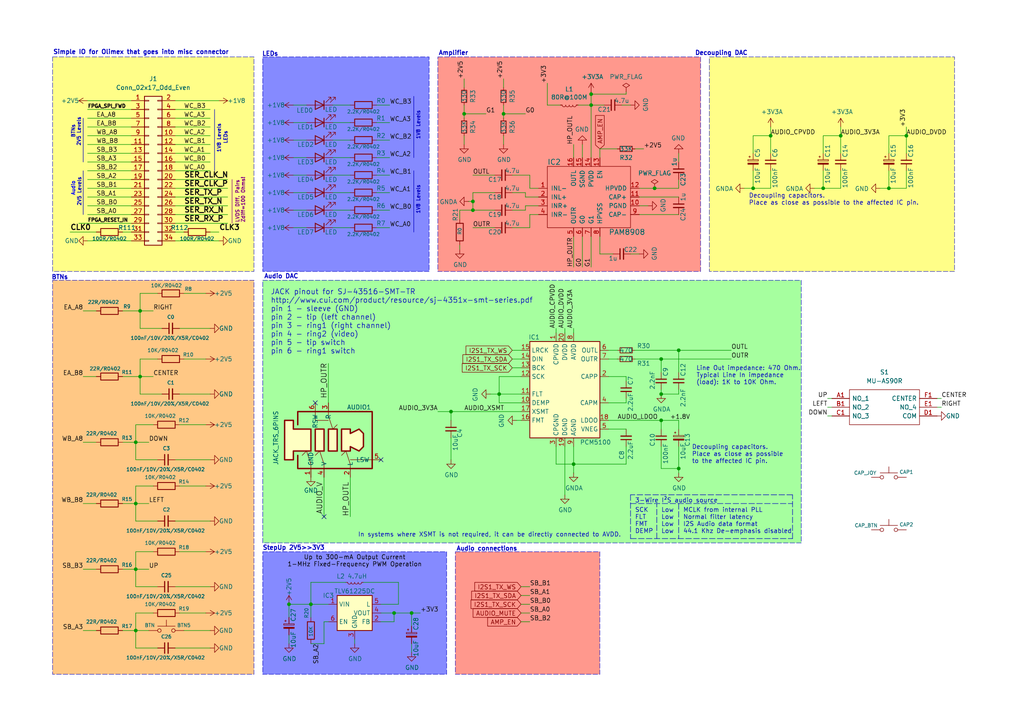
<source format=kicad_sch>
(kicad_sch (version 20231120) (generator "eeschema") (generator_version "8.0")
  (paper "A4")
  (title_block (title "GamePad_I2S_Audio") (date "2024-10-16") (rev "v1.0") (company "Intergalaktik d.o.o.") (comment 1 "CERN-OHL-S v2"))
  (junction (at 40.64 109.22))
  (junction (at 137.16 60.96))
  (junction (at 191.77 104.14))
  (junction (at 39.37 128.27))
  (junction (at 171.45 30.48))
  (junction (at 144.78 114.3))
  (junction (at 191.77 121.92))
  (junction (at 191.77 114.3))
  (junction (at 146.05 33.02))
  (junction (at 83.82 175.26))
  (junction (at 257.81 54.61))
  (junction (at 39.37 146.05))
  (junction (at 189.865 54.61))
  (junction (at 196.85 135.89))
  (junction (at 130.81 119.38))
  (junction (at 218.44 54.61))
  (junction (at 223.52 39.37))
  (junction (at 119.38 177.8))
  (junction (at 114.3 177.8))
  (junction (at 171.45 27.305))
  (junction (at 134.62 33.02))
  (junction (at 262.89 39.37))
  (junction (at 166.37 134.62))
  (junction (at 90.17 175.26))
  (junction (at 137.16 58.42))
  (junction (at 238.76 54.61))
  (junction (at 39.37 182.88))
  (junction (at 243.84 39.37))
  (junction (at 39.37 165.1))
  (junction (at 196.85 101.6))
  (junction (at 40.64 90.17))
  (no_connect (at 93.98 149.86))
  (no_connect (at 110.49 133.35))
  (no_connect (at 91.44 116.84))
  (polyline (pts (xy 24.13 49.53) (xy 24.13 62.23)))
  (wire (pts (xy 243.84 54.61) (xy 238.76 54.61)))
  (wire (pts (xy 114.3 180.34) (xy 114.3 177.8)))
  (wire (pts (xy 127 119.38) (xy 130.81 119.38)))
  (wire (pts (xy 85.09 55.88) (xy 88.9 55.88)))
  (wire (pts (xy 181.61 116.84) (xy 181.61 115.57)))
  (wire (pts (xy 196.85 137.16) (xy 196.85 135.89)))
  (wire (pts (xy 181.61 27.305) (xy 171.45 27.305)))
  (wire (pts (xy 40.64 85.09) (xy 45.72 85.09)))
  (wire (pts (xy 196.85 114.3) (xy 196.85 113.03)))
  (wire (pts (xy 240.03 118.11) (xy 241.3 118.11)))
  (wire (pts (xy 102.87 185.42) (xy 102.87 186.69)))
  (wire (pts (xy 218.44 39.37) (xy 223.52 39.37)))
  (wire (pts (xy 153.67 62.23) (xy 156.21 62.23)))
  (wire (pts (xy 130.81 119.38) (xy 130.81 121.92)))
  (wire (pts (xy 181.61 26.67) (xy 181.61 27.305)))
  (wire (pts (xy 271.78 115.57) (xy 273.05 115.57)))
  (wire (pts (xy 50.8 52.07) (xy 66.04 52.07)))
  (wire (pts (xy 50.8 62.23) (xy 66.04 62.23)))
  (wire (pts (xy 152.4 55.88) (xy 152.4 57.15)))
  (wire (pts (xy 93.98 138.43) (xy 93.98 149.86)))
  (wire (pts (xy 218.44 54.61) (xy 215.9 54.61)))
  (wire (pts (xy 39.37 146.05) (xy 39.37 151.13)))
  (wire (pts (xy 109.22 40.64) (xy 113.03 40.64)))
  (wire (pts (xy 161.29 129.54) (xy 161.29 134.62)))
  (wire (pts (xy 39.37 151.13) (xy 45.72 151.13)))
  (wire (pts (xy 176.53 124.46) (xy 181.61 124.46)))
  (wire (pts (xy 184.15 104.14) (xy 191.77 104.14)))
  (wire (pts (xy 25.4 41.91) (xy 38.1 41.91)))
  (wire (pts (xy 151.13 180.34) (xy 153.67 180.34)))
  (wire (pts (xy 166.37 134.62) (xy 166.37 137.16)))
  (wire (pts (xy 166.37 134.62) (xy 166.37 129.54)))
  (wire (pts (xy 50.8 59.69) (xy 66.04 59.69)))
  (wire (pts (xy 96.52 55.88) (xy 101.6 55.88)))
  (wire (pts (xy 50.8 46.99) (xy 60.96 46.99)))
  (wire (pts (xy 90.17 175.26) (xy 90.17 179.07)))
  (wire (pts (xy 40.64 114.3) (xy 46.99 114.3)))
  (wire (pts (xy 109.22 60.96) (xy 113.03 60.96)))
  (wire (pts (xy 50.8 170.18) (xy 60.96 170.18)))
  (wire (pts (xy 181.61 109.22) (xy 181.61 110.49)))
  (wire (pts (xy 223.52 49.53) (xy 223.52 54.61)))
  (wire (pts (xy 114.3 177.8) (xy 119.38 177.8)))
  (polyline (pts (xy 229.87 143.51) (xy 182.88 143.51)) (stroke (width 0) (type dash)))
  (polyline (pts (xy 67.31 52.07) (xy 67.31 64.77)) (stroke (width 0) (color 132 0 132 1)))
  (wire (pts (xy 39.37 128.27) (xy 39.37 133.35)))
  (wire (pts (xy 137.16 55.88) (xy 137.16 58.42)))
  (wire (pts (xy 153.67 54.61) (xy 156.21 54.61)))
  (wire (pts (xy 191.77 121.92) (xy 196.85 121.92)))
  (wire (pts (xy 196.85 52.07) (xy 196.85 54.61)))
  (wire (pts (xy 257.81 49.53) (xy 257.81 54.61)))
  (wire (pts (xy 83.82 175.26) (xy 83.82 179.07)))
  (wire (pts (xy 25.4 36.83) (xy 38.1 36.83)))
  (wire (pts (xy 39.37 128.27) (xy 43.18 128.27)))
  (wire (pts (xy 35.56 146.05) (xy 39.37 146.05)))
  (wire (pts (xy 144.78 109.22) (xy 144.78 114.3)))
  (wire (pts (xy 271.78 118.11) (xy 273.05 118.11)))
  (wire (pts (xy 152.4 57.15) (xy 156.21 57.15)))
  (wire (pts (xy 44.45 123.19) (xy 39.37 123.19)))
  (wire (pts (xy 39.37 182.88) (xy 43.18 182.88)))
  (wire (pts (xy 40.64 109.22) (xy 44.45 109.22)))
  (wire (pts (xy 50.8 44.45) (xy 60.96 44.45)))
  (wire (pts (xy 196.85 114.3) (xy 191.77 114.3)))
  (wire (pts (xy 163.83 129.54) (xy 163.83 143.51)))
  (wire (pts (xy 25.4 34.29) (xy 38.1 34.29)))
  (wire (pts (xy 24.13 128.27) (xy 27.94 128.27)))
  (wire (pts (xy 110.49 177.8) (xy 114.3 177.8)))
  (polyline (pts (xy 182.88 146.05) (xy 229.87 146.05)) (stroke (width 0) (type dash)))
  (wire (pts (xy 60.96 67.31) (xy 63.5 67.31)))
  (wire (pts (xy 146.05 33.02) (xy 146.05 34.29)))
  (wire (pts (xy 262.89 39.37) (xy 262.89 36.83)))
  (polyline (pts (xy 182.88 143.51) (xy 182.88 156.21)) (stroke (width 0) (type dash)))
  (wire (pts (xy 25.4 49.53) (xy 38.1 49.53)))
  (wire (pts (xy 151.13 172.72) (xy 153.67 172.72)))
  (wire (pts (xy 22.86 64.77) (xy 38.1 64.77)))
  (wire (pts (xy 53.34 104.14) (xy 59.69 104.14)))
  (wire (pts (xy 181.61 134.62) (xy 166.37 134.62)))
  (wire (pts (xy 52.07 140.97) (xy 59.69 140.97)))
  (wire (pts (xy 163.83 96.52) (xy 163.83 95.25)))
  (wire (pts (xy 96.52 35.56) (xy 101.6 35.56)))
  (wire (pts (xy 148.59 66.04) (xy 153.67 66.04)))
  (wire (pts (xy 119.38 177.8) (xy 119.38 181.61)))
  (wire (pts (xy 146.05 39.37) (xy 146.05 41.91)))
  (wire (pts (xy 144.78 114.3) (xy 144.78 116.84)))
  (wire (pts (xy 109.22 66.04) (xy 113.03 66.04)))
  (wire (pts (xy 25.4 57.15) (xy 38.1 57.15)))
  (wire (pts (xy 50.8 187.96) (xy 60.96 187.96)))
  (polyline (pts (xy 62.23 31.75) (xy 62.23 49.53)))
  (wire (pts (xy 171.45 68.58) (xy 171.45 77.47)))
  (wire (pts (xy 185.42 62.23) (xy 196.85 62.23)))
  (wire (pts (xy 39.37 146.05) (xy 43.18 146.05)))
  (wire (pts (xy 85.09 50.8) (xy 88.9 50.8)))
  (wire (pts (xy 191.77 135.89) (xy 196.85 135.89)))
  (wire (pts (xy 110.49 180.34) (xy 114.3 180.34)))
  (wire (pts (xy 50.8 69.85) (xy 63.5 69.85)))
  (wire (pts (xy 39.37 170.18) (xy 45.72 170.18)))
  (wire (pts (xy 262.89 54.61) (xy 257.81 54.61)))
  (wire (pts (xy 93.98 180.34) (xy 95.25 180.34)))
  (wire (pts (xy 173.99 68.58) (xy 173.99 73.66)))
  (wire (pts (xy 176.53 116.84) (xy 181.61 116.84)))
  (wire (pts (xy 196.85 121.92) (xy 196.85 124.46)))
  (wire (pts (xy 96.52 30.48) (xy 101.6 30.48)))
  (wire (pts (xy 144.78 114.3) (xy 151.13 114.3)))
  (wire (pts (xy 39.37 187.96) (xy 45.72 187.96)))
  (wire (pts (xy 40.64 109.22) (xy 40.64 114.3)))
  (wire (pts (xy 262.89 49.53) (xy 262.89 54.61)))
  (wire (pts (xy 96.52 66.04) (xy 101.6 66.04)))
  (wire (pts (xy 39.37 165.1) (xy 39.37 170.18)))
  (wire (pts (xy 85.09 30.48) (xy 88.9 30.48)))
  (wire (pts (xy 25.4 39.37) (xy 38.1 39.37)))
  (wire (pts (xy 39.37 140.97) (xy 39.37 146.05)))
  (polyline (pts (xy 196.85 146.05) (xy 196.85 156.21)) (stroke (width 0) (type dash)))
  (wire (pts (xy 151.13 177.8) (xy 153.67 177.8)))
  (wire (pts (xy 166.37 45.72) (xy 166.37 41.91)))
  (wire (pts (xy 40.64 104.14) (xy 40.64 109.22)))
  (wire (pts (xy 52.07 95.25) (xy 60.96 95.25)))
  (wire (pts (xy 142.24 114.3) (xy 144.78 114.3)))
  (wire (pts (xy 39.37 165.1) (xy 43.18 165.1)))
  (wire (pts (xy 130.81 127) (xy 130.81 133.35)))
  (wire (pts (xy 223.52 54.61) (xy 218.44 54.61)))
  (wire (pts (xy 133.35 72.39) (xy 133.35 71.12)))
  (wire (pts (xy 25.4 46.99) (xy 38.1 46.99)))
  (wire (pts (xy 85.09 45.72) (xy 88.9 45.72)))
  (wire (pts (xy 24.13 109.22) (xy 27.94 109.22)))
  (wire (pts (xy 40.64 90.17) (xy 44.45 90.17)))
  (wire (pts (xy 25.4 59.69) (xy 38.1 59.69)))
  (wire (pts (xy 35.56 90.17) (xy 40.64 90.17)))
  (wire (pts (xy 52.07 114.3) (xy 60.96 114.3)))
  (wire (pts (xy 25.4 54.61) (xy 38.1 54.61)))
  (wire (pts (xy 191.77 104.14) (xy 212.09 104.14)))
  (wire (pts (xy 39.37 177.8) (xy 39.37 182.88)))
  (wire (pts (xy 182.88 73.66) (xy 185.42 73.66)))
  (wire (pts (xy 191.77 129.54) (xy 191.77 135.89)))
  (wire (pts (xy 95.25 116.84) (xy 95.25 105.41)))
  (wire (pts (xy 171.45 27.305) (xy 171.45 30.48)))
  (polyline (pts (xy 182.88 156.21) (xy 229.87 156.21)) (stroke (width 0) (type dash)))
  (wire (pts (xy 39.37 160.02) (xy 39.37 165.1)))
  (wire (pts (xy 168.91 68.58) (xy 168.91 77.47)))
  (wire (pts (xy 184.15 101.6) (xy 196.85 101.6)))
  (wire (pts (xy 243.84 39.37) (xy 243.84 36.83)))
  (wire (pts (xy 196.85 101.6) (xy 196.85 107.95)))
  (wire (pts (xy 238.76 49.53) (xy 238.76 54.61)))
  (wire (pts (xy 240.03 120.65) (xy 241.3 120.65)))
  (wire (pts (xy 134.62 33.02) (xy 134.62 30.48)))
  (polyline (pts (xy 229.87 156.21) (xy 229.87 143.51)) (stroke (width 0) (type dash)))
  (wire (pts (xy 133.35 60.96) (xy 137.16 60.96)))
  (wire (pts (xy 134.62 33.02) (xy 140.97 33.02)))
  (wire (pts (xy 148.59 60.96) (xy 152.4 60.96)))
  (wire (pts (xy 90.17 175.26) (xy 95.25 175.26)))
  (wire (pts (xy 50.8 133.35) (xy 60.96 133.35)))
  (wire (pts (xy 161.29 134.62) (xy 166.37 134.62)))
  (wire (pts (xy 63.5 29.21) (xy 50.8 29.21)))
  (wire (pts (xy 85.09 35.56) (xy 88.9 35.56)))
  (wire (pts (xy 20.32 67.31) (xy 27.94 67.31)))
  (wire (pts (xy 50.8 39.37) (xy 60.96 39.37)))
  (wire (pts (xy 171.45 26.67) (xy 171.45 27.305)))
  (wire (pts (xy 185.42 57.15) (xy 196.85 57.15)))
  (wire (pts (xy 83.82 175.26) (xy 90.17 175.26)))
  (wire (pts (xy 176.53 104.14) (xy 179.07 104.14)))
  (wire (pts (xy 148.59 101.6) (xy 151.13 101.6)))
  (wire (pts (xy 176.53 121.92) (xy 191.77 121.92)))
  (wire (pts (xy 137.16 58.42) (xy 135.89 58.42)))
  (wire (pts (xy 96.52 60.96) (xy 101.6 60.96)))
  (wire (pts (xy 90.17 186.69) (xy 93.98 186.69)))
  (wire (pts (xy 171.45 45.72) (xy 171.45 30.48)))
  (wire (pts (xy 181.61 129.54) (xy 181.61 134.62)))
  (wire (pts (xy 109.22 55.88) (xy 113.03 55.88)))
  (wire (pts (xy 53.34 182.88) (xy 60.96 182.88)))
  (wire (pts (xy 40.64 90.17) (xy 40.64 85.09)))
  (wire (pts (xy 158.75 30.48) (xy 158.75 24.13)))
  (wire (pts (xy 50.8 54.61) (xy 66.04 54.61)))
  (wire (pts (xy 185.42 59.69) (xy 187.96 59.69)))
  (wire (pts (xy 50.8 34.29) (xy 60.96 34.29)))
  (wire (pts (xy 171.45 30.48) (xy 175.26 30.48)))
  (wire (pts (xy 25.4 62.23) (xy 38.1 62.23)))
  (wire (pts (xy 153.67 66.04) (xy 153.67 62.23)))
  (wire (pts (xy 184.15 43.18) (xy 186.69 43.18)))
  (wire (pts (xy 24.13 182.88) (xy 27.94 182.88)))
  (wire (pts (xy 161.29 96.52) (xy 161.29 95.25)))
  (wire (pts (xy 101.6 138.43) (xy 101.6 149.86)))
  (wire (pts (xy 218.44 49.53) (xy 218.44 54.61)))
  (wire (pts (xy 191.77 107.95) (xy 191.77 104.14)))
  (wire (pts (xy 180.34 30.48) (xy 182.88 30.48)))
  (wire (pts (xy 38.1 67.31) (xy 35.56 67.31)))
  (wire (pts (xy 189.865 54.61) (xy 196.85 54.61)))
  (wire (pts (xy 83.82 184.15) (xy 83.82 186.69)))
  (wire (pts (xy 133.35 63.5) (xy 133.35 60.96)))
  (wire (pts (xy 149.86 121.92) (xy 151.13 121.92)))
  (wire (pts (xy 25.4 44.45) (xy 38.1 44.45)))
  (wire (pts (xy 173.99 73.66) (xy 177.8 73.66)))
  (wire (pts (xy 243.84 49.53) (xy 243.84 54.61)))
  (wire (pts (xy 151.13 175.26) (xy 153.67 175.26)))
  (wire (pts (xy 35.56 182.88) (xy 39.37 182.88)))
  (wire (pts (xy 137.16 60.96) (xy 143.51 60.96)))
  (wire (pts (xy 243.84 39.37) (xy 243.84 44.45)))
  (wire (pts (xy 223.52 39.37) (xy 223.52 36.83)))
  (wire (pts (xy 50.8 31.75) (xy 60.96 31.75)))
  (wire (pts (xy 52.07 177.8) (xy 59.69 177.8)))
  (wire (pts (xy 90.17 168.91) (xy 90.17 175.26)))
  (wire (pts (xy 96.52 40.64) (xy 101.6 40.64)))
  (wire (pts (xy 166.37 68.58) (xy 166.37 77.47)))
  (wire (pts (xy 168.91 45.72) (xy 168.91 41.91)))
  (wire (pts (xy 50.8 49.53) (xy 60.96 49.53)))
  (wire (pts (xy 115.57 175.26) (xy 110.49 175.26)))
  (wire (pts (xy 223.52 39.37) (xy 223.52 44.45)))
  (wire (pts (xy 35.56 128.27) (xy 39.37 128.27)))
  (wire (pts (xy 144.78 116.84) (xy 151.13 116.84)))
  (wire (pts (xy 134.62 25.4) (xy 134.62 22.86)))
  (wire (pts (xy 39.37 182.88) (xy 39.37 187.96)))
  (wire (pts (xy 257.81 39.37) (xy 262.89 39.37)))
  (wire (pts (xy 50.8 151.13) (xy 60.96 151.13)))
  (wire (pts (xy 151.13 109.22) (xy 144.78 109.22)))
  (polyline (pts (xy 24.13 34.29) (xy 24.13 46.99)))
  (wire (pts (xy 151.13 170.18) (xy 153.67 170.18)))
  (wire (pts (xy 45.72 104.14) (xy 40.64 104.14)))
  (wire (pts (xy 143.51 66.04) (xy 137.16 66.04)))
  (wire (pts (xy 40.64 95.25) (xy 40.64 90.17)))
  (wire (pts (xy 134.62 39.37) (xy 134.62 41.91)))
  (wire (pts (xy 218.44 44.45) (xy 218.44 39.37)))
  (wire (pts (xy 238.76 39.37) (xy 243.84 39.37)))
  (wire (pts (xy 151.13 104.14) (xy 148.59 104.14)))
  (polyline (pts (xy 120.015 27.94) (xy 120.015 45.72)))
  (wire (pts (xy 238.76 54.61) (xy 236.22 54.61)))
  (wire (pts (xy 191.77 121.92) (xy 191.77 124.46)))
  (wire (pts (xy 119.38 177.8) (xy 121.92 177.8)))
  (wire (pts (xy 38.1 69.85) (xy 25.4 69.85)))
  (wire (pts (xy 25.4 31.75) (xy 38.1 31.75)))
  (wire (pts (xy 52.07 160.02) (xy 59.69 160.02)))
  (wire (pts (xy 134.62 34.29) (xy 134.62 33.02)))
  (wire (pts (xy 44.45 140.97) (xy 39.37 140.97)))
  (wire (pts (xy 151.13 119.38) (xy 130.81 119.38)))
  (wire (pts (xy 44.45 160.02) (xy 39.37 160.02)))
  (wire (pts (xy 196.85 135.89) (xy 196.85 129.54)))
  (wire (pts (xy 166.37 96.52) (xy 166.37 95.25)))
  (wire (pts (xy 146.05 33.02) (xy 152.4 33.02)))
  (wire (pts (xy 46.99 95.25) (xy 40.64 95.25)))
  (wire (pts (xy 148.59 55.88) (xy 152.4 55.88)))
  (wire (pts (xy 148.59 50.8) (xy 153.67 50.8)))
  (wire (pts (xy 96.52 45.72) (xy 101.6 45.72)))
  (wire (pts (xy 109.22 30.48) (xy 113.03 30.48)))
  (wire (pts (xy 44.45 177.8) (xy 39.37 177.8)))
  (wire (pts (xy 119.38 189.23) (xy 119.38 186.69)))
  (wire (pts (xy 176.53 109.22) (xy 181.61 109.22)))
  (wire (pts (xy 137.16 58.42) (xy 137.16 60.96)))
  (wire (pts (xy 143.51 50.8) (xy 137.16 50.8)))
  (wire (pts (xy 35.56 165.1) (xy 39.37 165.1)))
  (wire (pts (xy 191.77 113.03) (xy 191.77 114.3)))
  (wire (pts (xy 238.76 44.45) (xy 238.76 39.37)))
  (wire (pts (xy 240.03 115.57) (xy 241.3 115.57)))
  (wire (pts (xy 109.22 50.8) (xy 113.03 50.8)))
  (wire (pts (xy 100.33 168.91) (xy 90.17 168.91)))
  (polyline (pts (xy 190.5 156.21) (xy 190.5 146.05)) (stroke (width 0) (type dash)))
  (wire (pts (xy 146.05 25.4) (xy 146.05 22.86)))
  (wire (pts (xy 93.98 186.69) (xy 93.98 180.34)))
  (wire (pts (xy 176.53 101.6) (xy 179.07 101.6)))
  (wire (pts (xy 152.4 59.69) (xy 156.21 59.69)))
  (wire (pts (xy 162.56 30.48) (xy 158.75 30.48)))
  (wire (pts (xy 257.81 54.61) (xy 255.27 54.61)))
  (wire (pts (xy 143.51 55.88) (xy 137.16 55.88)))
  (wire (pts (xy 85.09 66.04) (xy 88.9 66.04)))
  (polyline (pts (xy 120.015 49.53) (xy 120.015 67.31)))
  (wire (pts (xy 25.4 52.07) (xy 38.1 52.07)))
  (wire (pts (xy 35.56 109.22) (xy 40.64 109.22)))
  (wire (pts (xy 50.8 41.91) (xy 60.96 41.91)))
  (wire (pts (xy 24.13 90.17) (xy 27.94 90.17)))
  (wire (pts (xy 257.81 44.45) (xy 257.81 39.37)))
  (wire (pts (xy 24.13 165.1) (xy 27.94 165.1)))
  (wire (pts (xy 85.09 40.64) (xy 88.9 40.64)))
  (wire (pts (xy 39.37 123.19) (xy 39.37 128.27)))
  (wire (pts (xy 96.52 50.8) (xy 101.6 50.8)))
  (wire (pts (xy 185.42 54.61) (xy 189.865 54.61)))
  (wire (pts (xy 53.34 67.31) (xy 50.8 67.31)))
  (wire (pts (xy 152.4 60.96) (xy 152.4 59.69)))
  (wire (pts (xy 85.09 60.96) (xy 88.9 60.96)))
  (wire (pts (xy 196.85 101.6) (xy 212.09 101.6)))
  (wire (pts (xy 153.67 50.8) (xy 153.67 54.61)))
  (wire (pts (xy 105.41 168.91) (xy 115.57 168.91)))
  (wire (pts (xy 50.8 57.15) (xy 66.04 57.15)))
  (wire (pts (xy 39.37 133.35) (xy 45.72 133.35)))
  (wire (pts (xy 109.22 45.72) (xy 113.03 45.72)))
  (wire (pts (xy 25.4 29.21) (xy 38.1 29.21)))
  (wire (pts (xy 53.34 85.09) (xy 59.69 85.09)))
  (wire (pts (xy 173.99 43.18) (xy 179.07 43.18)))
  (wire (pts (xy 196.85 44.45) (xy 196.85 46.99)))
  (wire (pts (xy 50.8 36.83) (xy 60.96 36.83)))
  (wire (pts (xy 50.8 64.77) (xy 66.04 64.77)))
  (wire (pts (xy 109.22 35.56) (xy 113.03 35.56)))
  (wire (pts (xy 173.99 43.18) (xy 173.99 45.72)))
  (wire (pts (xy 52.07 123.19) (xy 59.69 123.19)))
  (wire (pts (xy 146.05 30.48) (xy 146.05 33.02)))
  (wire (pts (xy 115.57 168.91) (xy 115.57 175.26)))
  (wire (pts (xy 24.13 146.05) (xy 27.94 146.05)))
  (wire (pts (xy 148.59 106.68) (xy 151.13 106.68)))
  (wire (pts (xy 262.89 39.37) (xy 262.89 44.45)))
  (wire (pts (xy 167.64 30.48) (xy 171.45 30.48)))
  (rectangle (start 76.2 81.28) (end 232.41 157.48) (stroke (width 0.127) (type dash)) (fill (type color) (color 70 255 54 0.48)))
  (rectangle (start 205.74 16.51) (end 276.86 78.74) (stroke (width 0.127) (type dash)) (fill (type color) (color 255 253 8 0.48)))
  (rectangle (start 15.24 16.51) (end 73.66 78.74) (stroke (width 0.127) (type dash)) (fill (type color) (color 255 253 8 0.48)))
  (rectangle (start 15.24 81.28) (end 73.66 195.58) (stroke (width 0.127) (type dash)) (fill (type color) (color 255 141 0 0.48)))
  (rectangle (start 76.2 16.51) (end 124.46 78.74) (stroke (width 0.127) (type dash)) (fill (type color) (color 0 12 255 0.48)))
  (rectangle (start 132.08 160.02) (end 173.99 195.58) (stroke (width 0.127) (type dash)) (fill (type color) (color 255 41 17 0.48)))
  (rectangle (start 127 16.51) (end 203.2 78.74) (stroke (width 0.127) (type dash)) (fill (type color) (color 255 41 17 0.48)))
  (rectangle (start 76.2 160.02) (end 129.54 195.58) (stroke (width 0.127) (type dash)) (fill (type color) (color 0 12 255 0.48)))
  (text "2V5 Levels" (at 23.622 59.944 90) (effects (font (size 1.016 1.016) (bold yes)) (justify left bottom)))
  (text "1V8 Levels" (at 121.92 62.23 90) (effects (font (size 1.016 1.016) (bold yes)) (justify left bottom)))
  (text "Up to 300-mA Output Current\n1-MHz Fixed-Frequency PWM Operation" (at 102.87 162.814 0) (effects (font (size 1.27 1.27))))
  (text "Audio connections" (at 150.114 160.02 0) (effects (font (size 1.27 1.27) (bold yes)) (justify right bottom)))
  (text "Audio DAC" (at 86.614 81.026 0) (effects (font (size 1.27 1.27) (bold yes)) (justify right bottom)))
  (text "Line Out impedance: 470 Ohm.\nTypical Line In impedance\n(load): 1K to 10K Ohm." (at 201.93 111.76 0) (effects (font (size 1.27 1.27)) (justify left bottom)))
  (text "StepUp 2V5>>3V3" (at 94.234 159.766 0) (effects (font (size 1.27 1.27) (bold yes)) (justify right bottom)))
  (text "BTNs" (at 21.844 40.132 90) (effects (font (size 1.016 1.016) (bold yes)) (justify left bottom)))
  (text "In systems where XSMT is not required, it can be directly connected to AVDD." (at 141.986 155.194 0) (effects (font (size 1.27 1.27))))
  (text "BTNs" (at 19.812 81.28 0) (effects (font (size 1.27 1.27) (bold yes)) (justify right bottom)))
  (text "3-Wire I²S audio source" (at 184.15 146.05 0) (effects (font (size 1.27 1.27)) (justify left bottom)))
  (text "Low\nLow\nLow\nLow" (at 191.77 154.94 0) (effects (font (size 1.27 1.27)) (justify left bottom)))
  (text "Decoupling capacitors. \nPlace as close as possible to the affected IC pin." (at 217.17 59.69 0) (effects (font (size 1.27 1.27)) (justify left bottom)))
  (text "Amplifier" (at 135.89 16.256 0) (effects (font (size 1.27 1.27) (bold yes)) (justify right bottom)))
  (text "1V8 Levels" (at 64.135 44.45 90) (effects (font (size 1.016 1.016) (bold yes)) (justify left bottom)))
  (text "2V5 Levels" (at 23.495 42.545 90) (effects (font (size 1.016 1.016) (bold yes)) (justify left bottom)))
  (text "JACK pinout for SJ-43516-SMT-TR\nhttp://www.cui.com/product/resource/sj-4351x-smt-series.pdf\npin 1 - sleeve (GND)\npin 2 - tip (left channel)\npin 3 - ring1 (right channel)\npin 4 - ring2 (video)\npin 5 - tip switch\npin 6 - ring1 switch" (at 78.486 102.87 0) (effects (font (size 1.524 1.524)) (justify left bottom)))
  (text "LVDS Diff. Pairs\nZdiff=100 Ohms!" (at 71.12 64.77 90) (effects (font (size 1.016 1.016) (bold yes)) (justify left bottom)))
  (text "SCK\nFLT\nFMT\nDEMP" (at 184.15 154.94 0) (effects (font (size 1.27 1.27)) (justify left bottom)))
  (text "MCLK from internal PLL\nNormal filter latency\nI2S Audio data format\n44.1 Khz De-emphasis disabled" (at 198.12 154.94 0) (effects (font (size 1.27 1.27)) (justify left bottom)))
  (text "Audio" (at 21.844 56.896 90) (effects (font (size 1.016 1.016) (bold yes)) (justify left bottom)))
  (text "LEDs" (at 80.772 16.51 0) (effects (font (size 1.27 1.27) (bold yes)) (justify right bottom)))
  (text "Simple IO for Olimex that goes into misc connector" (at 40.894 15.24 0) (effects (font (size 1.27 1.27) (thickness 0.254) (bold yes))))
  (text "1V8 Levels" (at 121.92 40.64 90) (effects (font (size 1.016 1.016) (bold yes)) (justify left bottom)))
  (text "LEDs" (at 66.04 41.91 90) (effects (font (size 1.016 1.016) (bold yes)) (justify left bottom)))
  (text "Decoupling capacitors. \nPlace as close as possible\nto the affected IC pin." (at 200.66 134.62 0) (effects (font (size 1.27 1.27)) (justify left bottom)))
  (text "Decoupling DAC" (at 216.916 16.256 0) (effects (font (size 1.27 1.27) (bold yes)) (justify right bottom)))
  (label "WC_B2" (at 53.34 36.83 0))
  (label "SB_B2" (at 153.67 180.34 0))
  (label "SER_RX_P" (at 53.34 64.77 0) (effects (font (size 1.524 1.524) (thickness 0.3048) (bold yes))))
  (label "WC_A3" (at 113.03 35.56 0))
  (label "AUDIO_DVDD" (at 163.83 95.25 90))
  (label "SB_A2" (at 27.94 52.07 0))
  (label "SB_B1" (at 27.94 54.61 0))
  (label "LEFT" (at 240.03 118.11 180))
  (label "SER_CLK_N" (at 53.34 52.07 0) (effects (font (size 1.524 1.524) (thickness 0.3048) (bold yes))))
  (label "DOWN" (at 240.03 120.65 180))
  (label "+3V3" (at 158.75 24.13 90))
  (label "HP_OUTR" (at 95.25 115.57 90) (effects (font (size 1.524 1.524))))
  (label "EA_B8" (at 27.94 36.83 0))
  (label "HP_OUTR" (at 166.37 77.47 90))
  (label "G1" (at 171.45 77.47 90))
  (label "WC_B0" (at 113.03 60.96 0))
  (label "SER_RX_N" (at 53.34 62.23 0) (effects (font (size 1.524 1.524) (thickness 0.3048) (bold yes))))
  (label "LEFT" (at 43.18 146.05 0))
  (label "AUDIO_3V3A" (at 127 119.38 180))
  (label "WC_A2" (at 53.34 39.37 0))
  (label "WC_B1" (at 113.03 50.8 0))
  (label "EA_B8" (at 24.13 109.22 180))
  (label "SB_B0" (at 27.94 59.69 0))
  (label "AUDIO_3V3A" (at 166.37 95.25 90))
  (label "G0" (at 168.91 77.47 90))
  (label "SB_A3" (at 27.94 46.99 0))
  (label "WC_A0" (at 53.34 49.53 0))
  (label "AUDIO_3V3A" (at 243.84 39.37 0))
  (label "+2V5" (at 186.69 43.18 0))
  (label "EA_A8" (at 27.94 34.29 0))
  (label "HP_OUTL" (at 101.6 139.7 270) (effects (font (size 1.524 1.524))))
  (label "+3V3" (at 121.92 177.8 0))
  (label "FPGA_RESET_IN" (at 25.4 64.77 0) (effects (font (size 1.016 1.016) (thickness 0.3048) (bold yes))))
  (label "SB_A0" (at 27.94 62.23 0))
  (label "+2V5" (at 134.62 22.86 90))
  (label "SER_TX_N" (at 53.34 59.69 0) (effects (font (size 1.524 1.524) (thickness 0.3048) (bold yes))))
  (label "WC_B1" (at 53.34 41.91 0))
  (label "WB_B8" (at 27.94 41.91 0))
  (label "DOWN" (at 43.18 128.27 0))
  (label "SB_A0" (at 153.67 177.8 0))
  (label "+3V3" (at 262.89 36.83 90))
  (label "+2V5" (at 146.05 22.86 90))
  (label "AUDIO_DVDD" (at 262.89 39.37 0))
  (label "OUTL" (at 137.16 50.8 0))
  (label "WC_A3" (at 53.34 34.29 0))
  (label "CENTER" (at 273.05 115.57 0))
  (label "SB_A3" (at 24.13 182.88 180))
  (label "WB_A8" (at 27.94 39.37 0))
  (label "OUTR" (at 137.16 66.04 0))
  (label "G1" (at 140.97 33.02 0))
  (label "SB_B3" (at 27.94 44.45 0))
  (label "SB_B0" (at 153.67 175.26 0))
  (label "WB_A8" (at 24.13 128.27 180))
  (label "+1.8V" (at 194.31 121.92 0))
  (label "SER_TX_P" (at 53.34 57.15 0) (effects (font (size 1.524 1.524) (thickness 0.3048) (bold yes))))
  (label "OUTL" (at 212.09 101.6 0))
  (label "AUDIO_CPVDD" (at 161.29 95.25 90))
  (label "SER_CLK_P" (at 53.34 54.61 0) (effects (font (size 1.524 1.524) (thickness 0.3048) (bold yes))))
  (label "FPGA_SPI_FWD" (at 25.4 31.75 0) (effects (font (size 1.016 1.016) (thickness 0.3048) (bold yes))))
  (label "WC_A1" (at 53.34 44.45 0))
  (label "SB_A1" (at 153.67 172.72 0))
  (label "WC_A0" (at 113.03 66.04 0))
  (label "SB_A1" (at 27.94 57.15 0))
  (label "SB_A2" (at 92.71 186.69 270))
  (label "AUDIO_V" (at 93.98 139.7 270) (effects (font (size 1.524 1.524))))
  (label "AUDIO_XSMT" (at 134.62 119.38 0))
  (label "OUTR" (at 212.09 104.14 0))
  (label "AUDIO_LDOO" (at 179.07 121.92 0))
  (label "SB_B3" (at 24.13 165.1 180))
  (label "WC_A1" (at 113.03 55.88 0))
  (label "CLK0" (at 20.32 67.31 0) (effects (font (size 1.524 1.524) (thickness 0.3048) (bold yes))))
  (label "WC_B3" (at 53.34 31.75 0))
  (label "G0" (at 152.4 33.02 0))
  (label "SB_B1" (at 153.67 170.18 0))
  (label "SB_B2" (at 27.94 49.53 0))
  (label "WC_B3" (at 113.03 30.48 0))
  (label "WC_B2" (at 113.03 40.64 0))
  (label "RIGHT" (at 44.45 90.17 0))
  (label "WC_B0" (at 53.34 46.99 0))
  (label "WC_A2" (at 113.03 45.72 0))
  (label "UP" (at 43.18 165.1 0))
  (label "RIGHT" (at 273.05 118.11 0))
  (label "CLK3" (at 63.5 67.31 0) (effects (font (size 1.524 1.524) (thickness 0.3048) (bold yes))))
  (label "AUDIO_CPVDD" (at 223.52 39.37 0))
  (label "UP" (at 240.03 115.57 180))
  (label "WB_B8" (at 24.13 146.05 180))
  (label "CENTER" (at 44.45 109.22 0))
  (label "EA_A8" (at 24.13 90.17 180))
  (label "HP_OUTL" (at 166.37 41.91 90))
  (global_label "I2S1_TX_SDA" (shape input) (at 148.59 104.14 180) (property "Intersheetrefs" "${INTERSHEET_REFS}" (effects (hide yes))))
  (global_label "AMP_EN" (shape input) (at 173.99 43.18 90) (property "Intersheetrefs" "${INTERSHEET_REFS}" (effects (hide yes))))
  (global_label "AMP_EN" (shape input) (at 151.13 180.34 180) (property "Intersheetrefs" "${INTERSHEET_REFS}" (effects (hide yes))))
  (global_label "I2S1_TX_SDA" (shape input) (at 151.13 172.72 180) (property "Intersheetrefs" "${INTERSHEET_REFS}" (effects (hide yes))))
  (global_label "I2S1_TX_WS" (shape input) (at 148.59 101.6 180) (property "Intersheetrefs" "${INTERSHEET_REFS}" (effects (hide yes))))
  (global_label "I2S1_TX_SCK" (shape input) (at 151.13 175.26 180) (property "Intersheetrefs" "${INTERSHEET_REFS}" (effects (hide yes))))
  (global_label "AUDIO_MUTE" (shape input) (at 151.13 177.8 180) (property "Intersheetrefs" "${INTERSHEET_REFS}" (effects (hide yes))))
  (global_label "I2S1_TX_SCK" (shape input) (at 148.59 106.68 180) (property "Intersheetrefs" "${INTERSHEET_REFS}" (effects (hide yes))))
  (global_label "I2S1_TX_WS" (shape input) (at 151.13 170.18 180) (property "Intersheetrefs" "${INTERSHEET_REFS}" (effects (hide yes))))
  (symbol (lib_id "OLIMEX_RCL:R") (at 105.41 45.72 0) (unit 1) (exclude_from_sim yes)
    (property "Reference" "R3" (at 110.49 44.45 0))
    (property "Value" "2.2K/R0402" (at 105.41 47.625 0) (effects (font (size 1.016 1.016))))
    (property "Footprint" "Resistor_SMD:R_0402_1005Metric" (effects (hide yes)))
  )
  (symbol (lib_id "Device:LED") (at 92.71 66.04 180) (unit 1)
    (property "Reference" "LED7" (at 88.646 67.31 0))
    (property "Value" "LED" (at 96.012 67.31 0))
    (property "Footprint" "LED_SMD:LED_0603_1608Metric" (effects (hide yes)))
    (property "Description" "Light emitting diode" (effects (hide yes)))
  )
  (symbol (lib_id "OLIMEX_Power:+2V5") (at 25.4 29.21 90) (unit 1)
    (property "Reference" "#PWR01" (effects (hide yes)))
    (property "Value" "+2V5" (at 20.32 29.21 90))
  )
  (symbol (lib_id "power:GND") (at 187.96 59.69 90) (unit 1)
    (property "Reference" "#PWR042" (effects (hide yes)))
    (property "Value" "GND" (at 192.3542 59.563 0))
  )
  (symbol (lib_id "Device:C_Small") (at 130.81 124.46 0) (unit 1)
    (property "Reference" "C4" (at 133.35 127 90) (effects (justify left)))
    (property "Value" "10uF" (at 132.08 130.81 90) (effects (justify left)))
    (property "Footprint" "Capacitor_SMD:C_0603_1608Metric" (effects (hide yes)))
    (property "Datasheet" "EMK316B7106KL-TD" (effects (hide yes)))
  )
  (symbol (lib_id "OLIMEX_Power:GND") (at 60.96 133.35 90) (unit 1)
    (property "Reference" "#PWR018" (effects (hide yes)))
    (property "Value" "GND" (at 63.5 133.35 90) (effects (justify right)))
  )
  (symbol (lib_id "Device:C_Small") (at 146.05 55.88 270) (unit 1)
    (property "Reference" "C18" (at 143.51 57.15 90))
    (property "Value" "4.7u" (at 148.59 54.61 90))
    (property "Footprint" "Capacitor_SMD:C_0603_1608Metric" (effects (hide yes)))
    (property "Datasheet" "CL10A475KP8NNNC" (effects (hide yes)))
  )
  (symbol (lib_id "power:GNDA") (at 191.77 114.3 0) (unit 1)
    (property "Reference" "#PWR033" (effects (hide yes)))
    (property "Value" "GNDA" (at 191.897 118.6942 0))
  )
  (symbol (lib_id "OLIMEX_RCL:R") (at 105.41 30.48 0) (unit 1) (exclude_from_sim yes)
    (property "Reference" "R0" (at 110.49 29.21 0))
    (property "Value" "2.2K/R0402" (at 105.41 32.385 0) (effects (font (size 1.016 1.016))))
    (property "Footprint" "Resistor_SMD:R_0402_1005Metric" (effects (hide yes)))
  )
  (symbol (lib_id "Device:CP_Small") (at 238.76 46.99 0) (unit 1)
    (property "Reference" "C11" (at 240.03 45.72 90) (effects (justify left)))
    (property "Value" "10uF" (at 240.03 53.34 90) (effects (justify left)))
    (property "Footprint" "Capacitor_SMD:C_0603_1608Metric" (effects (hide yes)))
    (property "Datasheet" "TAJA106K016RNJ" (effects (hide yes)))
  )
  (symbol (lib_id "power:GND") (at 119.38 189.23 0) (unit 1)
    (property "Reference" "#PWR053" (effects (hide yes)))
    (property "Value" "GND" (at 119.507 193.6242 0))
  )
  (symbol (lib_id "power:GND") (at 255.27 54.61 270) (unit 1)
    (property "Reference" "#PWR035" (effects (hide yes)))
    (property "Value" "GND" (at 252.0188 54.737 90) (effects (justify right)))
  )
  (symbol (lib_id "OLIMEX_Power:GND") (at 60.96 114.3 90) (unit 1)
    (property "Reference" "#PWR016" (effects (hide yes)))
    (property "Value" "GND" (at 63.5 114.3 90) (effects (justify right)))
  )
  (symbol (lib_id "power:GND") (at 168.91 41.91 180) (unit 1)
    (property "Reference" "#PWR038" (effects (hide yes)))
    (property "Value" "GND" (at 168.783 37.5158 0))
  )
  (symbol (lib_id "OLIMEX_Power:+2V5") (at 59.69 104.14 270) (unit 1)
    (property "Reference" "#PWR020" (effects (hide yes)))
    (property "Value" "+2V5" (at 64.77 104.14 90))
  )
  (symbol (lib_id "Device:C_Small") (at 49.53 95.25 90) (unit 1)
    (property "Reference" "C0" (at 49.53 91.948 90) (effects (font (size 1.016 1.016))))
    (property "Value" "100nF/10V/20%/X5R/C0402" (at 49.276 98.044 90) (effects (font (size 1.016 1.016))))
    (property "Footprint" "Capacitor_SMD:C_0402_1005Metric" (effects (hide yes)))
    (property "Description" "Unpolarized capacitor, small symbol" (effects (hide yes)))
  )
  (symbol (lib_id "power:GND") (at 133.35 72.39 0) (unit 1)
    (property "Reference" "#PWR036" (effects (hide yes)))
    (property "Value" "GND" (at 133.477 76.7842 0))
  )
  (symbol (lib_id "OLIMEX_Power:GND") (at 60.96 151.13 90) (unit 1)
    (property "Reference" "#PWR024" (effects (hide yes)))
    (property "Value" "GND" (at 63.5 151.13 90) (effects (justify right)))
  )
  (symbol (lib_id "OLIMEX_Power:+1V8") (at 85.09 45.72 90) (unit 1)
    (property "Reference" "#PWR07" (effects (hide yes)))
    (property "Value" "+1V8" (at 80.01 45.72 90))
  )
  (symbol (lib_id "Device:R_Small") (at 146.05 27.94 180) (unit 1)
    (property "Reference" "R35" (at 148.59 27.94 90))
    (property "Value" "330" (at 146.05 27.94 90))
    (property "Footprint" "Resistor_SMD:R_0402_1005Metric" (effects (hide yes)))
  )
  (symbol (lib_id "Device:LED") (at 92.71 30.48 180) (unit 1)
    (property "Reference" "LED0" (at 88.392 32.004 0))
    (property "Value" "LED" (at 96.012 31.75 0))
    (property "Footprint" "LED_SMD:LED_0603_1608Metric" (effects (hide yes)))
    (property "Description" "Light emitting diode" (effects (hide yes)))
  )
  (symbol (lib_id "power:GND") (at 163.83 143.51 0) (unit 1)
    (property "Reference" "#PWR029" (effects (hide yes)))
    (property "Value" "GND" (at 163.957 147.9042 0))
  )
  (symbol (lib_id "OLIMEX_Power:GND") (at 60.96 170.18 90) (unit 1)
    (property "Reference" "#PWR048" (effects (hide yes)))
    (property "Value" "GND" (at 63.5 170.18 90) (effects (justify right)))
  )
  (symbol (lib_id "power:GND") (at 142.24 114.3 270) (unit 1)
    (property "Reference" "#PWR027" (effects (hide yes)))
    (property "Value" "GND" (at 137.8458 114.427 0))
  )
  (symbol (lib_id "Device:CP_Small") (at 83.82 181.61 0) (unit 1)
    (property "Reference" "C27" (at 85.09 180.34 90) (effects (justify left)))
    (property "Value" "10uF" (at 85.09 187.96 90) (effects (justify left)))
    (property "Footprint" "Capacitor_SMD:C_0603_1608Metric" (effects (hide yes)))
    (property "Datasheet" "TAJA106K016RNJ" (effects (hide yes)))
  )
  (symbol (lib_id "power:GND") (at 83.82 186.69 0) (unit 1)
    (property "Reference" "#PWR052" (effects (hide yes)))
    (property "Value" "GND" (at 83.947 191.0842 0))
  )
  (symbol (lib_id "power:GND") (at 182.88 30.48 90) (unit 1)
    (property "Reference" "#PWR040" (effects (hide yes)))
    (property "Value" "GND" (at 187.2742 30.353 0))
  )
  (symbol (lib_id "OLIMEX_RCL:R") (at 31.75 146.05 0) (unit 1) (exclude_from_sim yes)
    (property "Reference" "R15" (at 36.83 144.78 0) (effects (font (size 1.016 1.016))))
    (property "Value" "22R/R0402" (at 29.464 143.51 0) (effects (font (size 1.016 1.016))))
    (property "Footprint" "Resistor_SMD:R_0402_1005Metric" (effects (hide yes)))
  )
  (symbol (lib_id "power:GNDA") (at 236.22 54.61 270) (unit 1)
    (property "Reference" "#PWR032" (effects (hide yes)))
    (property "Value" "GNDA" (at 232.9942 54.737 90) (effects (justify right)))
  )
  (symbol (lib_id "power:GND") (at 134.62 41.91 0) (unit 1)
    (property "Reference" "#PWR045" (effects (hide yes)))
    (property "Value" "GND" (at 134.747 46.3042 0))
  )
  (symbol (lib_id "power:GNDA") (at 215.9 54.61 270) (unit 1)
    (property "Reference" "#PWR031" (effects (hide yes)))
    (property "Value" "GNDA" (at 212.6742 54.737 90) (effects (justify right)))
  )
  (symbol (lib_id "jack_trs_6pins_apple:JACK_TRS_6PINS_APPLE") (at 101.6 128.27 0) (unit 1)
    (property "Reference" "AUDIO1" (at 104.14 118.11 0))
    (property "Value" "JACK_TRS_6PINS" (at 80.01 127 90))
    (property "Footprint" "audio-jack:CUI_SJ-43516-SMT" (effects (hide yes)))
    (property "Datasheet" "http://www.cui.com/product/resource/sj-4351x-smt-series.pdf" (effects (hide yes)))
    (property "MNF1_URL" "www.cui.com" (effects (hide yes)))
    (property "MFG1" "CUI" (effects (hide yes)))
    (property "MPN" "SJ-43516-SMT-TR" (effects (hide yes)))
    (property "Mouser" "490-SJ43515TS-SMT-TR" (effects (hide yes)))
    (property "Mouse_r1" "490-SJ43515RS-SMT-TR" (effects (hide yes)))
    (property "Mouse_r2" "490-SJ-43516-SMT-TR " (effects (hide yes)))
    (property "Digikey" "CP-43516SJCT-ND" (effects (hide yes)))
    (property "Vertical" "SJ-43516-SMT-TR" (effects (hide yes)))
    (property "price100_Vertical" "0.8015$" (effects (hide yes)))
    (property "Koncar" "FAU001" (effects (hide yes)))
    (property "Side" "T" (effects (hide yes)))
  )
  (symbol (lib_id "OLIMEX_Power:+1V8") (at 85.09 66.04 90) (unit 1)
    (property "Reference" "#PWR011" (effects (hide yes)))
    (property "Value" "+1V8" (at 80.01 66.04 90))
  )
  (symbol (lib_id "Device:C_Small") (at 181.61 127 180) (unit 1)
    (property "Reference" "C8" (at 180.34 133.35 90) (effects (justify right)))
    (property "Value" "2.2uF" (at 182.88 133.35 90) (effects (justify right)))
    (property "Footprint" "Capacitor_SMD:C_0402_1005Metric" (effects (hide yes)))
    (property "Datasheet" "CL10A225KO8NNNC" (effects (hide yes)))
  )
  (symbol (lib_id "Audio:PCM5100") (at 163.83 111.76 0) (unit 1)
    (property "Reference" "IC1" (at 154.94 97.79 0))
    (property "Value" "PCM5100" (at 172.72 128.27 0))
    (property "Footprint" "Package_SO:TSSOP-20_4.4x6.5mm_P0.65mm" (effects (hide yes)))
    (property "Datasheet" "http://www.ti.com/lit/ds/symlink/pcm5100.pdf" (effects (hide yes)))
  )
  (symbol (lib_id "OLIMEX_Power:GND") (at 63.5 69.85 90) (unit 1)
    (property "Reference" "#PWR04" (effects (hide yes)))
    (property "Value" "GND" (at 66.04 69.85 90) (effects (justify right)))
  )
  (symbol (lib_id "power:PWR_FLAG") (at 181.61 26.67 0) (unit 1)
    (property "Reference" "#FLG01" (effects (hide yes)))
    (property "Value" "PWR_FLAG" (at 181.61 22.2758 0))
  )
  (symbol (lib_id "Connector_Generic:Conn_02x17_Odd_Even") (at 43.18 49.53 0) (unit 1)
    (property "Reference" "J1" (at 44.45 22.86 0))
    (property "Value" "Conn_02x17_Odd_Even" (at 44.45 25.4 0))
    (property "Footprint" "Connector_PinSocket_2.54mm:PinSocket_2x17_P2.54mm_Vertical_SMD" (effects (hide yes)))
    (property "Description" "Generic connector, double row, 02x17, odd/even pin numbering scheme (row 1 odd numbers, row 2 even numbers), script generated (kicad-library-utils/schlib/autogen/connector/)" (effects (hide yes)))
  )
  (symbol (lib_id "OLIMEX_Power:GND") (at 60.96 187.96 90) (unit 1)
    (property "Reference" "#PWR050" (effects (hide yes)))
    (property "Value" "GND" (at 63.5 187.96 90) (effects (justify right)))
  )
  (symbol (lib_id "OLIMEX_RCL:R") (at 49.53 85.09 0) (unit 1) (exclude_from_sim yes)
    (property "Reference" "R8" (at 54.61 83.82 0) (effects (font (size 1.016 1.016))))
    (property "Value" "10K/R0402" (at 48.26 82.804 0) (effects (font (size 1.016 1.016))))
    (property "Footprint" "Resistor_SMD:R_0402_1005Metric" (effects (hide yes)))
  )
  (symbol (lib_id "Device:C_Small") (at 243.84 46.99 0) (unit 1)
    (property "Reference" "C14" (at 245.11 45.72 90) (effects (justify left)))
    (property "Value" "100nF" (at 245.11 54.61 90) (effects (justify left)))
    (property "Footprint" "Capacitor_SMD:C_0402_1005Metric" (effects (hide yes)))
    (property "Datasheet" "885012206071" (effects (hide yes)))
  )
  (symbol (lib_id "Device:CP_Small") (at 218.44 46.99 0) (unit 1)
    (property "Reference" "C5" (at 219.71 45.72 90) (effects (justify left)))
    (property "Value" "10uF" (at 219.71 53.34 90) (effects (justify left)))
    (property "Footprint" "Capacitor_SMD:C_0603_1608Metric" (effects (hide yes)))
    (property "Datasheet" "TAJA106K016RNJ" (effects (hide yes)))
  )
  (symbol (lib_id "OLIMEX_RCL:R") (at 105.41 35.56 0) (unit 1) (exclude_from_sim yes)
    (property "Reference" "R1" (at 110.49 34.29 0))
    (property "Value" "2.2K/R0402" (at 105.41 37.465 0) (effects (font (size 1.016 1.016))))
    (property "Footprint" "Resistor_SMD:R_0402_1005Metric" (effects (hide yes)))
  )
  (symbol (lib_id "Regulator_Switching:TLV61225DC") (at 102.87 177.8 0) (unit 1)
    (property "Reference" "IC3" (at 95.25 172.72 0))
    (property "Value" "TLV61225DC" (at 102.87 171.45 0))
    (property "Footprint" "Package_TO_SOT_SMD:SOT-363_SC-70-6" (effects (hide yes)))
    (property "Datasheet" "https://www.ti.com/lit/ds/symlink/tlv61225.pdf" (effects (hide yes)))
    (property "Description" "Fixed 3.3V Output Voltage Boost Converter with Power Diode and Isolation Switch, 5uA Quiescent Current, SOT-363" (effects (hide yes)))
  )
  (symbol (lib_id "pam8901:PAM8901") (at 163.83 52.07 0) (unit 1)
    (property "Reference" "IC2" (at 158.75 46.99 0) (effects (font (size 1.524 1.524)) (justify left)))
    (property "Value" "PAM8908" (at 176.53 67.31 0) (effects (font (size 1.524 1.524)) (justify left)))
    (property "Footprint" "Package_DFN_QFN:QFN-16-1EP_3x3mm_P0.5mm_EP1.7x1.7mm_ThermalVias" (effects (hide yes)))
  )
  (symbol (lib_id "OLIMEX_RCL:R") (at 48.26 140.97 0) (unit 1) (exclude_from_sim yes)
    (property "Reference" "R14" (at 53.34 139.7 0) (effects (font (size 1.016 1.016))))
    (property "Value" "10K/R0402" (at 46.482 138.43 0) (effects (font (size 1.016 1.016))))
    (property "Footprint" "Resistor_SMD:R_0402_1005Metric" (effects (hide yes)))
  )
  (symbol (lib_id "Device:C_Small") (at 196.85 110.49 0) (unit 1)
    (property "Reference" "C12" (at 198.12 109.22 90) (effects (justify left)))
    (property "Value" "2.2nF" (at 198.12 118.11 90) (effects (justify left)))
    (property "Footprint" "Capacitor_SMD:C_0402_1005Metric" (effects (hide yes)))
    (property "Datasheet" "885012206061" (effects (hide yes)))
  )
  (symbol (lib_id "power:GND") (at 196.85 137.16 0) (unit 1)
    (property "Reference" "#PWR034" (effects (hide yes)))
    (property "Value" "GND" (at 196.977 141.5542 0))
  )
  (symbol (lib_id "OLIMEX_Power:+2V5") (at 59.69 177.8 270) (unit 1)
    (property "Reference" "#PWR044" (effects (hide yes)))
    (property "Value" "+2V5" (at 64.77 177.8 90))
  )
  (symbol (lib_id "OLIMEX_Power:+1V8") (at 85.09 40.64 90) (unit 1)
    (property "Reference" "#PWR06" (effects (hide yes)))
    (property "Value" "+1V8" (at 80.01 40.64 90))
  )
  (symbol (lib_id "OLIMEX_RCL:R") (at 133.35 67.31 90) (unit 1) (exclude_from_sim yes)
    (property "Reference" "R21" (at 132.08 62.23 0))
    (property "Value" "R0" (at 133.35 67.056 0) (effects (font (size 1.016 1.016))))
    (property "Footprint" "Resistor_SMD:R_0402_1005Metric" (effects (hide yes)))
  )
  (symbol (lib_id "power:+5VA") (at 171.45 26.67 0) (unit 1)
    (property "Reference" "#PWR039" (effects (hide yes)))
    (property "Value" "+3V3A" (at 171.831 22.2758 0))
  )
  (symbol (lib_id "Device:C_Small") (at 196.85 49.53 0) (unit 1)
    (property "Reference" "C23" (at 198.12 52.07 90))
    (property "Value" "1u" (at 195.58 46.99 90))
    (property "Footprint" "Capacitor_SMD:C_0603_1608Metric" (effects (hide yes)))
    (property "Datasheet" "CL10A105KQ8NNNC" (effects (hide yes)))
  )
  (symbol (lib_id "power:GNDA") (at 135.89 58.42 270) (unit 1)
    (property "Reference" "#PWR057" (effects (hide yes)))
    (property "Value" "GNDA" (at 132.6642 58.547 90) (effects (justify right)))
  )
  (symbol (lib_id "OLIMEX_Power:GND") (at 60.96 182.88 90) (unit 1)
    (property "Reference" "#PWR049" (effects (hide yes)))
    (property "Value" "GND" (at 63.5 182.88 90) (effects (justify right)))
  )
  (symbol (lib_id "Device:C_Small") (at 146.05 50.8 270) (unit 1)
    (property "Reference" "C17" (at 143.51 52.07 90))
    (property "Value" "4.7u" (at 148.59 49.53 90))
    (property "Footprint" "Capacitor_SMD:C_0603_1608Metric" (effects (hide yes)))
    (property "Datasheet" "CL10A475KP8NNNC" (effects (hide yes)))
  )
  (symbol (lib_id "OLIMEX_RCL:R") (at 31.75 182.88 0) (unit 1) (exclude_from_sim yes)
    (property "Reference" "R17" (at 36.83 181.61 0) (effects (font (size 1.016 1.016))))
    (property "Value" "22R/R0402" (at 29.464 180.34 0) (effects (font (size 1.016 1.016))))
    (property "Footprint" "Resistor_SMD:R_0402_1005Metric" (effects (hide yes)))
  )
  (symbol (lib_id "power:PWR_FLAG") (at 189.865 54.61 0) (unit 1)
    (property "Reference" "#FLG02" (effects (hide yes)))
    (property "Value" "PWR_FLAG" (at 189.865 50.2158 0))
  )
  (symbol (lib_id "Switch:SW_Push") (at 48.26 182.88 0) (unit 1)
    (property "Reference" "BTN5" (at 53.34 181.356 0) (effects (font (size 1.016 1.016))))
    (property "Value" "BTN" (at 43.434 181.356 0) (effects (font (size 1.016 1.016))))
    (property "Footprint" "Omron_Button_SMD:B3FS4055P" (effects (hide yes)))
    (property "Description" "Push button switch, generic, two pins" (effects (hide yes)))
  )
  (symbol (lib_id "Device:C_Small") (at 48.26 133.35 90) (unit 1)
    (property "Reference" "C3" (at 48.26 130.048 90) (effects (font (size 1.016 1.016))))
    (property "Value" "100nF/10V/20%/X5R/C0402" (at 48.006 136.144 90) (effects (font (size 1.016 1.016))))
    (property "Footprint" "Capacitor_SMD:C_0402_1005Metric" (effects (hide yes)))
    (property "Description" "Unpolarized capacitor, small symbol" (effects (hide yes)))
  )
  (symbol (lib_id "Device:R_Small") (at 146.05 36.83 180) (unit 1)
    (property "Reference" "R36" (at 148.59 36.83 90))
    (property "Value" "33K" (at 146.05 36.83 90))
    (property "Footprint" "Resistor_SMD:R_0402_1005Metric" (effects (hide yes)))
  )
  (symbol (lib_id "Device:CP_Small") (at 196.85 127 0) (unit 1)
    (property "Reference" "C13" (at 199.39 129.54 90) (effects (justify left)))
    (property "Value" "10uF" (at 198.12 133.35 90) (effects (justify left)))
    (property "Footprint" "Capacitor_SMD:C_0603_1608Metric" (effects (hide yes)))
    (property "Datasheet" "TAJA106K016RNJ" (effects (hide yes)))
  )
  (symbol (lib_id "power:+5VA") (at 223.52 36.83 0) (unit 1)
    (property "Reference" "#PWR055" (effects (hide yes)))
    (property "Value" "+3V3A" (at 223.901 32.4358 0))
  )
  (symbol (lib_id "OLIMEX_Power:GND") (at 60.96 95.25 90) (unit 1)
    (property "Reference" "#PWR013" (effects (hide yes)))
    (property "Value" "GND" (at 63.5 95.25 90) (effects (justify right)))
  )
  (symbol (lib_id "power:GND") (at 102.87 186.69 0) (unit 1)
    (property "Reference" "#PWR051" (effects (hide yes)))
    (property "Value" "GND" (at 102.997 191.0842 0))
  )
  (symbol (lib_id "Device:LED") (at 92.71 50.8 180) (unit 1)
    (property "Reference" "LED4" (at 88.646 52.07 0))
    (property "Value" "LED" (at 96.012 52.07 0))
    (property "Footprint" "LED_SMD:LED_0603_1608Metric" (effects (hide yes)))
    (property "Description" "Light emitting diode" (effects (hide yes)))
  )
  (symbol (lib_id "OLIMEX_RCL:R") (at 105.41 66.04 0) (unit 1) (exclude_from_sim yes)
    (property "Reference" "R7" (at 110.49 64.77 0))
    (property "Value" "2.2K/R0402" (at 105.41 67.945 0) (effects (font (size 1.016 1.016))))
    (property "Footprint" "Resistor_SMD:R_0402_1005Metric" (effects (hide yes)))
  )
  (symbol (lib_id "MU-AS90R:MU-AS90R") (at 241.3 115.57 0) (unit 1)
    (property "Reference" "S1" (at 256.54 107.95 0))
    (property "Value" "MU-AS90R" (at 256.54 110.49 0))
    (property "Footprint" "Sparkfun:MUAS90R" (effects (hide yes)))
    (property "Datasheet" "https://www.apem.com/idec-apem/en_US/medias/PCB-MU-serie.pdf?context=bWFzdGVyfGRvY3VtZW50c3w0MTk2OTF8YXBwbGljYXRpb24vcGRmfGg2ZC9oMGEvOTQ2NDU3NTQyNjU5MC9QQ0JfTVVfc2VyaWUucGRmfDhmZDg0OWQ5ZjViYWFlZjljODY5ZmI3YmMzY2U3MzBjNmNiMzE0MzZkY2ZmMjQ4ZGRjNTJjOWQ0ZTc0NG" (effects (hide yes)))
    (property "Description" "Multi-Directional Switches 5-way Switch, SMD, Height 9mm" (effects (hide yes)))
    (property "Description_1" "Multi-Directional Switches 5-way Switch, SMD, Height 9mm" (effects (hide yes)))
    (property "Height" "9.2" (effects (hide yes)))
    (property "Mouser Part Number" "642-MU-AS90R" (effects (hide yes)))
    (property "Mouser Price/Stock" "https://www.mouser.co.uk/ProductDetail/Apem/MU-AS90R?qs=mELouGlnn3cGEpjh4y0%2F8w%3D%3D" (effects (hide yes)))
    (property "Manufacturer_Name" "Apem" (effects (hide yes)))
    (property "Manufacturer_Part_Number" "MU-AS90R" (effects (hide yes)))
  )
  (symbol (lib_id "OLIMEX_Power:+2V5") (at 59.69 160.02 270) (unit 1)
    (property "Reference" "#PWR037" (effects (hide yes)))
    (property "Value" "+2V5" (at 64.77 160.02 90))
  )
  (symbol (lib_id "OLIMEX_RCL:R") (at 48.26 160.02 0) (unit 1) (exclude_from_sim yes)
    (property "Reference" "R18" (at 53.34 158.75 0) (effects (font (size 1.016 1.016))))
    (property "Value" "10K/R0402" (at 46.482 157.48 0) (effects (font (size 1.016 1.016))))
    (property "Footprint" "Resistor_SMD:R_0402_1005Metric" (effects (hide yes)))
  )
  (symbol (lib_id "Device:C_Small") (at 146.05 66.04 270) (unit 1)
    (property "Reference" "C20" (at 143.51 67.31 90))
    (property "Value" "4.7u" (at 148.59 64.77 90))
    (property "Footprint" "Capacitor_SMD:C_0603_1608Metric" (effects (hide yes)))
    (property "Datasheet" "CL10A475KP8NNNC" (effects (hide yes)))
  )
  (symbol (lib_id "Device:C_Small") (at 48.26 170.18 90) (unit 1)
    (property "Reference" "C25" (at 48.26 166.878 90) (effects (font (size 1.016 1.016))))
    (property "Value" "100nF/10V/20%/X5R/C0402" (at 48.006 172.974 90) (effects (font (size 1.016 1.016))))
    (property "Footprint" "Capacitor_SMD:C_0402_1005Metric" (effects (hide yes)))
    (property "Description" "Unpolarized capacitor, small symbol" (effects (hide yes)))
  )
  (symbol (lib_id "Device:C_Small") (at 191.77 127 0) (unit 1)
    (property "Reference" "C10" (at 189.23 129.54 90) (effects (justify left)))
    (property "Value" "100nF" (at 193.04 134.62 90) (effects (justify left)))
    (property "Footprint" "Capacitor_SMD:C_0402_1005Metric" (effects (hide yes)))
    (property "Datasheet" "885012206071" (effects (hide yes)))
  )
  (symbol (lib_id "OLIMEX_Power:+2V5") (at 59.69 140.97 270) (unit 1)
    (property "Reference" "#PWR022" (effects (hide yes)))
    (property "Value" "+2V5" (at 64.77 140.97 90))
  )
  (symbol (lib_id "Device:LED") (at 92.71 40.64 180) (unit 1)
    (property "Reference" "LED2" (at 88.646 41.91 0))
    (property "Value" "LED" (at 96.012 41.91 0))
    (property "Footprint" "LED_SMD:LED_0603_1608Metric" (effects (hide yes)))
    (property "Description" "Light emitting diode" (effects (hide yes)))
  )
  (symbol (lib_id "OLIMEX_RCL:R") (at 105.41 55.88 0) (unit 1) (exclude_from_sim yes)
    (property "Reference" "R5" (at 110.49 54.61 0))
    (property "Value" "2.2K/R0402" (at 105.41 57.785 0) (effects (font (size 1.016 1.016))))
    (property "Footprint" "Resistor_SMD:R_0402_1005Metric" (effects (hide yes)))
  )
  (symbol (lib_id "Device:CP_Small") (at 119.38 184.15 0) (unit 1)
    (property "Reference" "C28" (at 120.65 182.88 90) (effects (justify left)))
    (property "Value" "10uF" (at 120.65 190.5 90) (effects (justify left)))
    (property "Footprint" "Capacitor_SMD:C_0603_1608Metric" (effects (hide yes)))
    (property "Datasheet" "TAJA106K016RNJ" (effects (hide yes)))
  )
  (symbol (lib_id "OLIMEX_RCL:R") (at 105.41 60.96 0) (unit 1) (exclude_from_sim yes)
    (property "Reference" "R6" (at 110.49 59.69 0))
    (property "Value" "2.2K/R0402" (at 105.41 62.865 0) (effects (font (size 1.016 1.016))))
    (property "Footprint" "Resistor_SMD:R_0402_1005Metric" (effects (hide yes)))
  )
  (symbol (lib_id "OLIMEX_RCL:R") (at 90.17 182.88 90) (unit 1) (exclude_from_sim yes)
    (property "Reference" "R20" (at 88.9 177.8 0) (effects (font (size 1.016 1.016))))
    (property "Value" "10K" (at 90.17 183.134 0) (effects (font (size 1.016 1.016))))
    (property "Footprint" "Resistor_SMD:R_0402_1005Metric" (effects (hide yes)))
  )
  (symbol (lib_id "OLIMEX_Power:+1V8") (at 85.09 35.56 90) (unit 1)
    (property "Reference" "#PWR05" (effects (hide yes)))
    (property "Value" "+1V8" (at 80.01 35.56 90))
  )
  (symbol (lib_id "Device:C_Small") (at 177.8 30.48 270) (unit 1)
    (property "Reference" "C21" (at 175.26 31.75 90))
    (property "Value" "4.7u" (at 180.34 29.21 90))
    (property "Footprint" "Capacitor_SMD:C_0603_1608Metric" (effects (hide yes)))
    (property "Datasheet" "CL10A475KP8NNNC" (effects (hide yes)))
  )
  (symbol (lib_id "OLIMEX_RCL:R") (at 48.26 123.19 0) (unit 1) (exclude_from_sim yes)
    (property "Reference" "R12" (at 53.34 121.92 0) (effects (font (size 1.016 1.016))))
    (property "Value" "10K/R0402" (at 46.482 120.65 0) (effects (font (size 1.016 1.016))))
    (property "Footprint" "Resistor_SMD:R_0402_1005Metric" (effects (hide yes)))
  )
  (symbol (lib_id "OLIMEX_RCL:R") (at 31.75 90.17 0) (unit 1) (exclude_from_sim yes)
    (property "Reference" "R9" (at 36.83 88.9 0) (effects (font (size 1.016 1.016))))
    (property "Value" "22R/R0402" (at 29.972 87.63 0) (effects (font (size 1.016 1.016))))
    (property "Footprint" "Resistor_SMD:R_0402_1005Metric" (effects (hide yes)))
  )
  (symbol (lib_id "power:GND") (at 196.85 44.45 180) (unit 1)
    (property "Reference" "#PWR043" (effects (hide yes)))
    (property "Value" "GND" (at 196.723 40.0558 0))
  )
  (symbol (lib_id "Device:R_Small") (at 134.62 36.83 180) (unit 1)
    (property "Reference" "R34" (at 137.16 36.83 90))
    (property "Value" "33K" (at 134.62 36.83 90))
    (property "Footprint" "Resistor_SMD:R_0402_1005Metric" (effects (hide yes)))
  )
  (symbol (lib_id "Device:C_Small") (at 191.77 110.49 0) (unit 1)
    (property "Reference" "C9" (at 193.04 109.22 90) (effects (justify left)))
    (property "Value" "2.2nF" (at 189.23 113.03 90) (effects (justify left)))
    (property "Footprint" "Capacitor_SMD:C_0402_1005Metric" (effects (hide yes)))
    (property "Datasheet" "885012206061" (effects (hide yes)))
  )
  (symbol (lib_id "OLIMEX_RCL:R") (at 105.41 40.64 0) (unit 1) (exclude_from_sim yes)
    (property "Reference" "R2" (at 110.49 39.37 0))
    (property "Value" "2.2K/R0402" (at 105.41 42.545 0) (effects (font (size 1.016 1.016))))
    (property "Footprint" "Resistor_SMD:R_0402_1005Metric" (effects (hide yes)))
  )
  (symbol (lib_id "Device:L_Small") (at 165.1 30.48 270) (unit 1)
    (property "Reference" "L1" (at 165.1 25.8826 90))
    (property "Value" "80R@100M" (at 165.1 28.194 90))
    (property "Footprint" "Inductor_SMD:L_0603_1608Metric" (effects (hide yes)))
  )
  (symbol (lib_id "OLIMEX_Power:+1V8") (at 85.09 50.8 90) (unit 1)
    (property "Reference" "#PWR08" (effects (hide yes)))
    (property "Value" "+1V8" (at 80.01 50.8 90))
  )
  (symbol (lib_id "OLIMEX_Power:+2V5") (at 59.69 123.19 270) (unit 1)
    (property "Reference" "#PWR021" (effects (hide yes)))
    (property "Value" "+2V5" (at 64.77 123.19 90))
  )
  (symbol (lib_id "Device:R_Small") (at 181.61 104.14 270) (unit 1)
    (property "Reference" "R31" (at 186.69 105.41 90))
    (property "Value" "470" (at 181.61 104.14 90))
    (property "Footprint" "Resistor_SMD:R_0402_1005Metric" (effects (hide yes)))
  )
  (symbol (lib_id "Device:C_Small") (at 180.34 73.66 90) (unit 1)
    (property "Reference" "C22" (at 182.88 72.39 90))
    (property "Value" "1u" (at 177.8 74.93 90))
    (property "Footprint" "Capacitor_SMD:C_0603_1608Metric" (effects (hide yes)))
    (property "Datasheet" "CL10A105KQ8NNNC" (effects (hide yes)))
  )
  (symbol (lib_id "OLIMEX_RCL:R") (at 49.53 104.14 0) (unit 1) (exclude_from_sim yes)
    (property "Reference" "R10" (at 54.61 102.87 0) (effects (font (size 1.016 1.016))))
    (property "Value" "10K/R0402" (at 47.244 101.6 0) (effects (font (size 1.016 1.016))))
    (property "Footprint" "Resistor_SMD:R_0402_1005Metric" (effects (hide yes)))
  )
  (symbol (lib_id "OLIMEX_Power:+1V8") (at 85.09 60.96 90) (unit 1)
    (property "Reference" "#PWR010" (effects (hide yes)))
    (property "Value" "+1V8" (at 80.01 60.96 90))
  )
  (symbol (lib_id "Device:CP_Small") (at 257.81 46.99 0) (unit 1)
    (property "Reference" "C15" (at 259.08 45.72 90) (effects (justify left)))
    (property "Value" "10uF" (at 259.08 53.34 90) (effects (justify left)))
    (property "Footprint" "Capacitor_SMD:C_0603_1608Metric" (effects (hide yes)))
    (property "Datasheet" "TAJA106K016RNJ" (effects (hide yes)))
  )
  (symbol (lib_id "OLIMEX_RCL:R") (at 57.15 67.31 0) (unit 1) (exclude_from_sim yes)
    (property "Reference" "R112" (at 52.07 66.04 0))
    (property "Value" "100R/R0402" (at 57.15 69.215 0) (effects (font (size 1.016 1.016))))
    (property "Footprint" "Resistor_SMD:R_0402_1005Metric" (effects (hide yes)))
  )
  (symbol (lib_id "power:GND") (at 146.05 41.91 0) (unit 1)
    (property "Reference" "#PWR046" (effects (hide yes)))
    (property "Value" "GND" (at 146.177 46.3042 0))
  )
  (symbol (lib_id "Device:L_Small") (at 102.87 168.91 270) (unit 1)
    (property "Reference" "L2" (at 98.806 167.132 90))
    (property "Value" "4.7uH" (at 103.632 167.132 90))
    (property "Footprint" "Inductor_SMD:L_0603_1608Metric" (effects (hide yes)))
  )
  (symbol (lib_id "Device:C_Small") (at 48.26 187.96 90) (unit 1)
    (property "Reference" "C26" (at 48.26 184.658 90) (effects (font (size 1.016 1.016))))
    (property "Value" "100nF/10V/20%/X5R/C0402" (at 48.006 190.754 90) (effects (font (size 1.016 1.016))))
    (property "Footprint" "Capacitor_SMD:C_0402_1005Metric" (effects (hide yes)))
    (property "Description" "Unpolarized capacitor, small symbol" (effects (hide yes)))
  )
  (symbol (lib_id "OLIMEX_Power:+2V5") (at 59.69 85.09 270) (unit 1)
    (property "Reference" "#PWR019" (effects (hide yes)))
    (property "Value" "+2V5" (at 64.77 85.09 90))
  )
  (symbol (lib_id "Device:C_Small") (at 223.52 46.99 0) (unit 1)
    (property "Reference" "C6" (at 224.79 45.72 90) (effects (justify left)))
    (property "Value" "100nF" (at 224.79 54.61 90) (effects (justify left)))
    (property "Footprint" "Capacitor_SMD:C_0402_1005Metric" (effects (hide yes)))
    (property "Datasheet" "885012206071" (effects (hide yes)))
  )
  (symbol (lib_id "Device:LED") (at 92.71 60.96 180) (unit 1)
    (property "Reference" "LED6" (at 88.646 62.23 0))
    (property "Value" "LED" (at 96.012 62.23 0))
    (property "Footprint" "LED_SMD:LED_0603_1608Metric" (effects (hide yes)))
    (property "Description" "Light emitting diode" (effects (hide yes)))
  )
  (symbol (lib_id "Switch:SW_Push") (at 257.81 153.67 0) (unit 1)
    (property "Reference" "CAP2" (at 262.89 152.146 0) (effects (font (size 1.016 1.016))))
    (property "Value" "CAP_BTN" (at 251.206 152.4 0) (effects (font (size 1.016 1.016))))
    (property "Footprint" "TestPoint:TestPoint_Pad_1.0x1.0mm" (effects (hide yes)))
    (property "Description" "Push button switch, generic, two pins" (effects (hide yes)))
  )
  (symbol (lib_id "OLIMEX_Power:GND") (at 271.78 120.65 90) (unit 1)
    (property "Reference" "#PWR058" (effects (hide yes)))
    (property "Value" "GND" (at 274.32 120.65 90) (effects (justify right)))
  )
  (symbol (lib_id "power:GNDA") (at 166.37 137.16 0) (unit 1)
    (property "Reference" "#PWR030" (effects (hide yes)))
    (property "Value" "GNDA" (at 166.497 141.5542 0))
  )
  (symbol (lib_id "OLIMEX_Power:+1V8") (at 85.09 30.48 90) (unit 1)
    (property "Reference" "#PWR026" (effects (hide yes)))
    (property "Value" "+1V8" (at 80.01 30.48 90))
  )
  (symbol (lib_id "OLIMEX_Power:+2V5") (at 83.82 175.26 0) (unit 1)
    (property "Reference" "#PWR054" (effects (hide yes)))
    (property "Value" "+2V5" (at 83.82 170.18 90))
  )
  (symbol (lib_id "OLIMEX_RCL:R") (at 31.75 165.1 0) (unit 1) (exclude_from_sim yes)
    (property "Reference" "R16" (at 36.83 163.83 0) (effects (font (size 1.016 1.016))))
    (property "Value" "22R/R0402" (at 29.464 162.56 0) (effects (font (size 1.016 1.016))))
    (property "Footprint" "Resistor_SMD:R_0402_1005Metric" (effects (hide yes)))
  )
  (symbol (lib_id "Switch:SW_Push") (at 257.81 138.43 0) (unit 1)
    (property "Reference" "CAP1" (at 262.89 136.906 0) (effects (font (size 1.016 1.016))))
    (property "Value" "CAP_JOY" (at 250.952 137.16 0) (effects (font (size 1.016 1.016))))
    (property "Footprint" "TestPoint:TestPoint_Pad_1.0x1.0mm" (effects (hide yes)))
    (property "Description" "Push button switch, generic, two pins" (effects (hide yes)))
  )
  (symbol (lib_id "OLIMEX_RCL:R") (at 48.26 177.8 0) (unit 1) (exclude_from_sim yes)
    (property "Reference" "R19" (at 53.34 176.53 0) (effects (font (size 1.016 1.016))))
    (property "Value" "10K/R0402" (at 46.482 175.26 0) (effects (font (size 1.016 1.016))))
    (property "Footprint" "Resistor_SMD:R_0402_1005Metric" (effects (hide yes)))
  )
  (symbol (lib_id "OLIMEX_RCL:R") (at 31.75 128.27 0) (unit 1) (exclude_from_sim yes)
    (property "Reference" "R13" (at 36.83 127 0) (effects (font (size 1.016 1.016))))
    (property "Value" "22R/R0402" (at 29.464 125.73 0) (effects (font (size 1.016 1.016))))
    (property "Footprint" "Resistor_SMD:R_0402_1005Metric" (effects (hide yes)))
  )
  (symbol (lib_id "Device:C_Small") (at 146.05 60.96 270) (unit 1)
    (property "Reference" "C19" (at 143.51 62.23 90))
    (property "Value" "4.7u" (at 148.59 59.69 90))
    (property "Footprint" "Capacitor_SMD:C_0603_1608Metric" (effects (hide yes)))
    (property "Datasheet" "CL10A475KP8NNNC" (effects (hide yes)))
  )
  (symbol (lib_id "power:GND") (at 149.86 121.92 270) (unit 1)
    (property "Reference" "#PWR028" (effects (hide yes)))
    (property "Value" "GND" (at 145.4658 122.047 0))
  )
  (symbol (lib_id "Device:C_Small") (at 196.85 59.69 0) (unit 1)
    (property "Reference" "C24" (at 198.12 62.23 90))
    (property "Value" "1u" (at 198.12 57.15 90))
    (property "Footprint" "Capacitor_SMD:C_0603_1608Metric" (effects (hide yes)))
    (property "Datasheet" "CL10A105KQ8NNNC" (effects (hide yes)))
  )
  (symbol (lib_id "power:GND") (at 130.81 133.35 0) (unit 1)
    (property "Reference" "#PWR012" (effects (hide yes)))
    (property "Value" "GND" (at 130.937 137.7442 0))
  )
  (symbol (lib_id "Device:C_Small") (at 49.53 114.3 90) (unit 1)
    (property "Reference" "C1" (at 49.53 110.998 90) (effects (font (size 1.016 1.016))))
    (property "Value" "100nF/10V/20%/X5R/C0402" (at 49.276 117.094 90) (effects (font (size 1.016 1.016))))
    (property "Footprint" "Capacitor_SMD:C_0402_1005Metric" (effects (hide yes)))
    (property "Description" "Unpolarized capacitor, small symbol" (effects (hide yes)))
  )
  (symbol (lib_id "Device:LED") (at 92.71 55.88 180) (unit 1)
    (property "Reference" "LED5" (at 88.646 57.15 0))
    (property "Value" "LED" (at 96.012 57.15 0))
    (property "Footprint" "LED_SMD:LED_0603_1608Metric" (effects (hide yes)))
    (property "Description" "Light emitting diode" (effects (hide yes)))
  )
  (symbol (lib_id "power:GND") (at 90.17 138.43 0) (unit 1)
    (property "Reference" "#PWR025" (effects (hide yes)))
    (property "Value" "GND" (at 90.17 142.24 0))
  )
  (symbol (lib_id "power:GND") (at 185.42 73.66 90) (unit 1)
    (property "Reference" "#PWR041" (effects (hide yes)))
    (property "Value" "GND" (at 189.8142 73.533 0))
  )
  (symbol (lib_id "OLIMEX_RCL:R") (at 31.75 67.31 0) (unit 1) (exclude_from_sim yes)
    (property "Reference" "R111" (at 36.83 66.04 0))
    (property "Value" "100R/R0402" (at 31.75 69.215 0) (effects (font (size 1.016 1.016))))
    (property "Footprint" "Resistor_SMD:R_0402_1005Metric" (effects (hide yes)))
  )
  (symbol (lib_id "Device:R_Small") (at 181.61 43.18 90) (unit 1)
    (property "Reference" "R32" (at 181.61 45.72 90))
    (property "Value" "33K" (at 181.61 43.18 90))
    (property "Footprint" "Resistor_SMD:R_0402_1005Metric" (effects (hide yes)))
  )
  (symbol (lib_id "OLIMEX_Power:GND") (at 25.4 69.85 270) (unit 1)
    (property "Reference" "#PWR02" (effects (hide yes)))
    (property "Value" "GND" (at 22.86 69.85 90) (effects (justify right)))
  )
  (symbol (lib_id "Device:R_Small") (at 181.61 101.6 270) (unit 1)
    (property "Reference" "R30" (at 186.69 100.33 90))
    (property "Value" "470" (at 181.61 101.6 90))
    (property "Footprint" "Resistor_SMD:R_0402_1005Metric" (effects (hide yes)))
  )
  (symbol (lib_id "Device:C_Small") (at 262.89 46.99 0) (unit 1)
    (property "Reference" "C16" (at 264.16 45.72 90) (effects (justify left)))
    (property "Value" "100nF" (at 264.16 54.61 90) (effects (justify left)))
    (property "Footprint" "Capacitor_SMD:C_0402_1005Metric" (effects (hide yes)))
    (property "Datasheet" "885012206071" (effects (hide yes)))
  )
  (symbol (lib_id "OLIMEX_Power:+1V8") (at 63.5 29.21 270) (unit 1)
    (property "Reference" "#PWR03" (effects (hide yes)))
    (property "Value" "+1V8" (at 68.58 29.21 90))
  )
  (symbol (lib_id "Device:C_Small") (at 181.61 113.03 0) (unit 1)
    (property "Reference" "C7" (at 182.88 111.76 90) (effects (justify left)))
    (property "Value" "2.2uF" (at 182.88 119.38 90) (effects (justify left)))
    (property "Footprint" "Capacitor_SMD:C_0402_1005Metric" (effects (hide yes)))
    (property "Datasheet" "CL10A225KO8NNNC" (effects (hide yes)))
  )
  (symbol (lib_id "power:+5VA") (at 243.84 36.83 0) (unit 1)
    (property "Reference" "#PWR056" (effects (hide yes)))
    (property "Value" "+3V3A" (at 244.221 32.4358 0))
  )
  (symbol (lib_id "Device:C_Small") (at 48.26 151.13 90) (unit 1)
    (property "Reference" "C2" (at 48.26 147.828 90) (effects (font (size 1.016 1.016))))
    (property "Value" "100nF/10V/20%/X5R/C0402" (at 48.006 153.924 90) (effects (font (size 1.016 1.016))))
    (property "Footprint" "Capacitor_SMD:C_0402_1005Metric" (effects (hide yes)))
    (property "Description" "Unpolarized capacitor, small symbol" (effects (hide yes)))
  )
  (symbol (lib_id "OLIMEX_RCL:R") (at 105.41 50.8 0) (unit 1) (exclude_from_sim yes)
    (property "Reference" "R4" (at 110.49 49.53 0))
    (property "Value" "2.2K/R0402" (at 105.41 52.705 0) (effects (font (size 1.016 1.016))))
    (property "Footprint" "Resistor_SMD:R_0402_1005Metric" (effects (hide yes)))
  )
  (symbol (lib_id "Device:LED") (at 92.71 35.56 180) (unit 1)
    (property "Reference" "LED1" (at 88.646 36.83 0))
    (property "Value" "LED" (at 96.012 36.83 0))
    (property "Footprint" "LED_SMD:LED_0603_1608Metric" (effects (hide yes)))
    (property "Description" "Light emitting diode" (effects (hide yes)))
  )
  (symbol (lib_id "OLIMEX_Power:+1V8") (at 85.09 55.88 90) (unit 1)
    (property "Reference" "#PWR09" (effects (hide yes)))
    (property "Value" "+1V8" (at 80.01 55.88 90))
  )
  (symbol (lib_id "OLIMEX_RCL:R") (at 31.75 109.22 0) (unit 1) (exclude_from_sim yes)
    (property "Reference" "R11" (at 36.83 107.95 0) (effects (font (size 1.016 1.016))))
    (property "Value" "22R/R0402" (at 30.48 106.934 0) (effects (font (size 1.016 1.016))))
    (property "Footprint" "Resistor_SMD:R_0402_1005Metric" (effects (hide yes)))
  )
  (symbol (lib_id "Device:R_Small") (at 134.62 27.94 180) (unit 1)
    (property "Reference" "R33" (at 137.16 27.94 90))
    (property "Value" "330" (at 134.62 27.94 90))
    (property "Footprint" "Resistor_SMD:R_0402_1005Metric" (effects (hide yes)))
  )
  (symbol (lib_id "Device:LED") (at 92.71 45.72 180) (unit 1)
    (property "Reference" "LED3" (at 88.646 46.99 0))
    (property "Value" "LED" (at 96.012 46.99 0))
    (property "Footprint" "LED_SMD:LED_0603_1608Metric" (effects (hide yes)))
    (property "Description" "Light emitting diode" (effects (hide yes)))
  )
)
</source>
